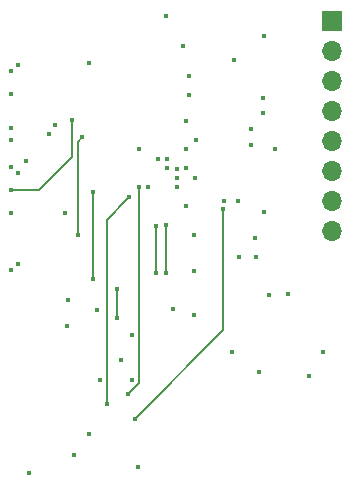
<source format=gbr>
G04 #@! TF.GenerationSoftware,KiCad,Pcbnew,(5.1.0)-1*
G04 #@! TF.CreationDate,2019-04-11T03:01:51-07:00*
G04 #@! TF.ProjectId,MiniScope_V4,4d696e69-5363-46f7-9065-5f56342e6b69,rev?*
G04 #@! TF.SameCoordinates,Original*
G04 #@! TF.FileFunction,Copper,L3,Inr*
G04 #@! TF.FilePolarity,Positive*
%FSLAX46Y46*%
G04 Gerber Fmt 4.6, Leading zero omitted, Abs format (unit mm)*
G04 Created by KiCad (PCBNEW (5.1.0)-1) date 2019-04-11 03:01:51*
%MOMM*%
%LPD*%
G04 APERTURE LIST*
%ADD10O,1.700000X1.700000*%
%ADD11R,1.700000X1.700000*%
%ADD12C,0.450000*%
%ADD13C,0.152400*%
%ADD14C,0.088900*%
G04 APERTURE END LIST*
D10*
X155041600Y-109753400D03*
X155041600Y-107213400D03*
X155041600Y-104673400D03*
X155041600Y-102133400D03*
X155041600Y-99593400D03*
X155041600Y-97053400D03*
X155041600Y-94513400D03*
D11*
X155041600Y-91973400D03*
D12*
X128498600Y-95707200D03*
X127889000Y-113004600D03*
X137185400Y-120650000D03*
X149271920Y-93211720D03*
X129415600Y-130187640D03*
X141005560Y-91485720D03*
X142722600Y-102819200D03*
X141137640Y-103606600D03*
X134482840Y-95478600D03*
X149693200Y-115142440D03*
X153136600Y-122016520D03*
X148918810Y-121621670D03*
X148595080Y-111963200D03*
X143383000Y-113106200D03*
X149204680Y-98480880D03*
X143408400Y-116814600D03*
X133248400Y-128663474D03*
X138658600Y-129692400D03*
X132664200Y-117805200D03*
X149301200Y-108077000D03*
X129175300Y-103835200D03*
X142965600Y-96581800D03*
X146735802Y-95250000D03*
X148191059Y-102418041D03*
X127889000Y-101015797D03*
X127889000Y-104317800D03*
X134482840Y-126918720D03*
X138170920Y-122367040D03*
X142448280Y-94020640D03*
X138170919Y-118516400D03*
X146613880Y-119959120D03*
X127889000Y-96189802D03*
X128498600Y-112522000D03*
X154279600Y-119928640D03*
X135463280Y-122321320D03*
X135168640Y-116443760D03*
X132684520Y-115529360D03*
X143377920Y-110042960D03*
X148176919Y-101058041D03*
X141122400Y-104419400D03*
X141922500Y-104457500D03*
X138747496Y-102806500D03*
X141579600Y-116306600D03*
X142722600Y-100380800D03*
X139522200Y-106019604D03*
X150241000Y-102781100D03*
X127889000Y-101981000D03*
X128498600Y-104800402D03*
X151333200Y-115092480D03*
X143510000Y-105219500D03*
X147142200Y-107213400D03*
X147235080Y-111961760D03*
X149204680Y-99766120D03*
X148513800Y-110312200D03*
X143550640Y-102001320D03*
X140335000Y-103632000D03*
X142722600Y-104419400D03*
X142951200Y-98221800D03*
X134823200Y-106420920D03*
X134823202Y-113807240D03*
X135976360Y-124338080D03*
X137922000Y-106807000D03*
X136890760Y-114635280D03*
X136885680Y-117053360D03*
X140167360Y-113294160D03*
X140131812Y-109296200D03*
X141030960Y-113314480D03*
X141020800Y-109245406D03*
X137820400Y-123489720D03*
X138734800Y-106019600D03*
X138367601Y-125603000D03*
X145872200Y-107817922D03*
X132472711Y-108180151D03*
X127889000Y-108178600D03*
X131631563Y-100763197D03*
X127889000Y-98120200D03*
X133519970Y-110093760D03*
X133913880Y-101798120D03*
X127889000Y-106248200D03*
X133070600Y-100304600D03*
X142722600Y-107619800D03*
X131089400Y-101498400D03*
X141935200Y-105232200D03*
X141935200Y-106019600D03*
X145897600Y-107162600D03*
D13*
X134823202Y-113807240D02*
X134823202Y-106420922D01*
D14*
X134823202Y-106420922D02*
X134823200Y-106420920D01*
D13*
X135976360Y-124338080D02*
X135976360Y-108752640D01*
X137697001Y-107031999D02*
X137922000Y-106807000D01*
X135976360Y-108752640D02*
X137697001Y-107031999D01*
X136890760Y-114635280D02*
X136890760Y-117048280D01*
X136890760Y-117048280D02*
X136885680Y-117053360D01*
X140147040Y-113273840D02*
X140131812Y-113258612D01*
X140131812Y-113258612D02*
X140131812Y-109614398D01*
X140131812Y-109614398D02*
X140131812Y-109296200D01*
X141030960Y-109255566D02*
X141020800Y-109245406D01*
X141030960Y-113314480D02*
X141030960Y-109255566D01*
X137820400Y-123489720D02*
X138734800Y-122575320D01*
X138734800Y-122575320D02*
X138734800Y-106337798D01*
X138734800Y-106337798D02*
X138734800Y-106019600D01*
X145872200Y-118098401D02*
X138367601Y-125603000D01*
X145872200Y-107817922D02*
X145872200Y-118098401D01*
X133913880Y-101798120D02*
X133519969Y-102192031D01*
X133519969Y-102192031D02*
X133519969Y-110093759D01*
X130302000Y-106248200D02*
X127889000Y-106248200D01*
X133070600Y-100304600D02*
X133070600Y-103479600D01*
X133070600Y-103479600D02*
X130302000Y-106248200D01*
M02*

</source>
